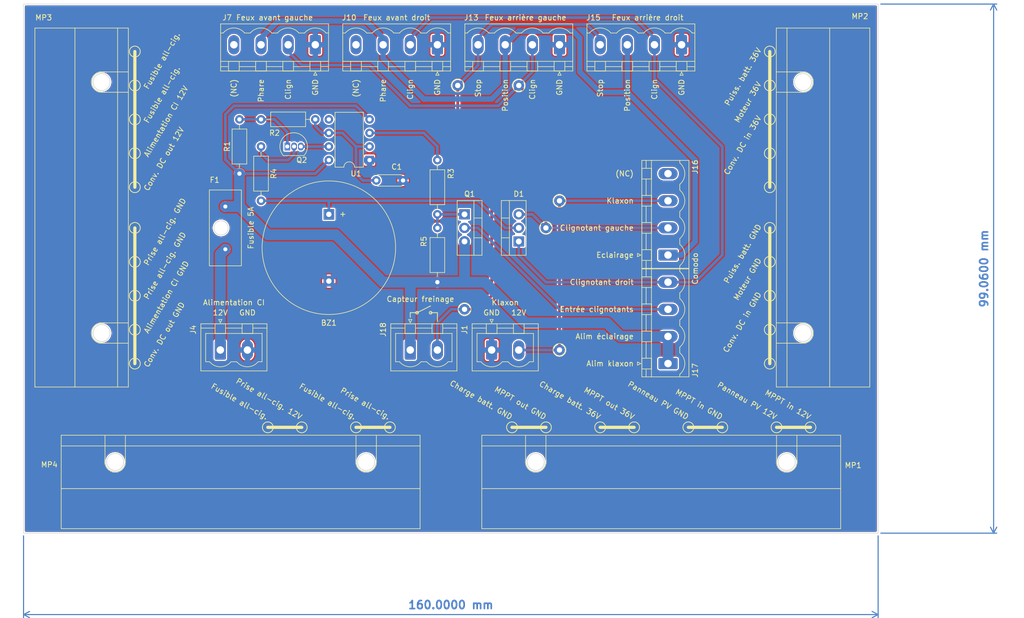
<source format=kicad_pcb>
(kicad_pcb (version 20211014) (generator pcbnew)

  (general
    (thickness 1.6)
  )

  (paper "A4")
  (layers
    (0 "F.Cu" signal)
    (31 "B.Cu" signal)
    (32 "B.Adhes" user "B.Adhesive")
    (33 "F.Adhes" user "F.Adhesive")
    (34 "B.Paste" user)
    (35 "F.Paste" user)
    (36 "B.SilkS" user "B.Silkscreen")
    (37 "F.SilkS" user "F.Silkscreen")
    (38 "B.Mask" user)
    (39 "F.Mask" user)
    (40 "Dwgs.User" user "User.Drawings")
    (41 "Cmts.User" user "User.Comments")
    (42 "Eco1.User" user "User.Eco1")
    (43 "Eco2.User" user "User.Eco2")
    (44 "Edge.Cuts" user)
    (45 "Margin" user)
    (46 "B.CrtYd" user "B.Courtyard")
    (47 "F.CrtYd" user "F.Courtyard")
    (48 "B.Fab" user)
    (49 "F.Fab" user)
    (50 "User.1" user)
    (51 "User.2" user)
    (52 "User.3" user)
    (53 "User.4" user)
    (54 "User.5" user)
    (55 "User.6" user)
    (56 "User.7" user)
    (57 "User.8" user)
    (58 "User.9" user)
  )

  (setup
    (stackup
      (layer "F.SilkS" (type "Top Silk Screen"))
      (layer "F.Paste" (type "Top Solder Paste"))
      (layer "F.Mask" (type "Top Solder Mask") (thickness 0.01))
      (layer "F.Cu" (type "copper") (thickness 0.035))
      (layer "dielectric 1" (type "core") (thickness 1.51) (material "FR4") (epsilon_r 4.5) (loss_tangent 0.02))
      (layer "B.Cu" (type "copper") (thickness 0.035))
      (layer "B.Mask" (type "Bottom Solder Mask") (thickness 0.01))
      (layer "B.Paste" (type "Bottom Solder Paste"))
      (layer "B.SilkS" (type "Bottom Silk Screen"))
      (copper_finish "None")
      (dielectric_constraints no)
    )
    (pad_to_mask_clearance 0)
    (pcbplotparams
      (layerselection 0x00010e0_ffffffff)
      (disableapertmacros false)
      (usegerberextensions false)
      (usegerberattributes true)
      (usegerberadvancedattributes true)
      (creategerberjobfile true)
      (svguseinch false)
      (svgprecision 6)
      (excludeedgelayer true)
      (plotframeref false)
      (viasonmask false)
      (mode 1)
      (useauxorigin false)
      (hpglpennumber 1)
      (hpglpenspeed 20)
      (hpglpendiameter 15.000000)
      (dxfpolygonmode true)
      (dxfimperialunits true)
      (dxfusepcbnewfont true)
      (psnegative false)
      (psa4output false)
      (plotreference true)
      (plotvalue true)
      (plotinvisibletext false)
      (sketchpadsonfab false)
      (subtractmaskfromsilk false)
      (outputformat 1)
      (mirror false)
      (drillshape 0)
      (scaleselection 1)
      (outputdirectory "")
    )
  )

  (net 0 "")
  (net 1 "GND")
  (net 2 "Net-(F1-Pad2)")
  (net 3 "Net-(D1-Pad1)")
  (net 4 "unconnected-(J7-Pad4)")
  (net 5 "unconnected-(J10-Pad4)")
  (net 6 "/Phares")
  (net 7 "Net-(J13-Pad4)")
  (net 8 "Net-(J1-Pad2)")
  (net 9 "/Flasher/Out")
  (net 10 "unconnected-(J17-Pad4)")
  (net 11 "/12V_5A")
  (net 12 "Net-(Q1-Pad1)")
  (net 13 "Net-(C1-Pad1)")
  (net 14 "Net-(D1-Pad3)")
  (net 15 "Net-(Q2-Pad1)")
  (net 16 "unconnected-(U1-Pad5)")
  (net 17 "Net-(Q2-Pad2)")
  (net 18 "/Flasher/Enable")
  (net 19 "Net-(Q2-Pad3)")
  (net 20 "Net-(R3-Pad1)")

  (footprint "circuit:Wago_221-500_SplicingConnectorHolder" (layer "F.Cu") (at 94.615 72.39 90))

  (footprint "circuit:Buzzer_25x16_12.5" (layer "F.Cu") (at 137.16 73.66 -90))

  (footprint "circuit:Strap_D2.0mm_Drill1.0mm" (layer "F.Cu") (at 172.72 49.53))

  (footprint "circuit:Wago_221-500_SplicingConnectorHolder" (layer "F.Cu") (at 120.65 120.015 180))

  (footprint "circuit:Littelfuse_FuseHolder_FL1_178.6764.0001" (layer "F.Cu") (at 117.78 76.2 -90))

  (footprint "circuit:Generic_HeaderSocket_1x02_P5.08mm_Vertical_Open" (layer "F.Cu") (at 116.84 99.06))

  (footprint "Resistor_THT:R_Axial_DIN0207_L6.3mm_D2.5mm_P10.16mm_Horizontal" (layer "F.Cu") (at 157.48 63.5 -90))

  (footprint "circuit:Generic_HeaderSocket_1x04_P5.08mm_Vertical_Open" (layer "F.Cu") (at 180.34 41.91 180))

  (footprint "Package_DIP:DIP-8_W7.62mm" (layer "F.Cu") (at 144.78 63.5 180))

  (footprint "circuit:Strap_D2.0mm_Drill1.0mm" (layer "F.Cu") (at 177.8 76.2))

  (footprint "circuit:Strap_D2.0mm_Drill1.0mm" (layer "F.Cu") (at 180.34 99.06))

  (footprint "circuit:Generic_HeaderSocket_1x04_P5.08mm_Vertical_Open" (layer "F.Cu") (at 203.2 41.91 180))

  (footprint "Package_TO_SOT_THT:TO-220-3_Vertical" (layer "F.Cu") (at 172.72 78.74 90))

  (footprint "Package_TO_SOT_THT:TO-92L_Inline" (layer "F.Cu") (at 129.38 60.96))

  (footprint "circuit:Generic_HeaderSocket_1x04_P5.08mm_Vertical_Open" (layer "F.Cu") (at 134.62 41.91 180))

  (footprint "circuit:Generic_HeaderSocket_1x04_P5.08mm_Vertical_Open" (layer "F.Cu") (at 200.66 101.6 90))

  (footprint "Resistor_THT:R_Axial_DIN0207_L6.3mm_D2.5mm_P10.16mm_Horizontal" (layer "F.Cu") (at 157.48 86.36 90))

  (footprint "circuit:Wago_221-500_SplicingConnectorHolder" (layer "F.Cu") (at 225.933 72.39 -90))

  (footprint "Resistor_THT:R_Axial_DIN0207_L6.3mm_D2.5mm_P10.16mm_Horizontal" (layer "F.Cu") (at 124.46 60.96 -90))

  (footprint "circuit:Strap_D2.0mm_Drill1.0mm" (layer "F.Cu") (at 162.56 91.44))

  (footprint "Resistor_THT:R_Axial_DIN0207_L6.3mm_D2.5mm_P10.16mm_Horizontal" (layer "F.Cu") (at 120.42 66.04 90))

  (footprint "Resistor_THT:R_Axial_DIN0207_L6.3mm_D2.5mm_P10.16mm_Horizontal" (layer "F.Cu") (at 124.46 55.88))

  (footprint "circuit:Strap_D2.0mm_Drill1.0mm" (layer "F.Cu") (at 180.34 71.12))

  (footprint "Capacitor_THT:C_Disc_D4.3mm_W1.9mm_P5.00mm" (layer "F.Cu") (at 146.05 67.31))

  (footprint "circuit:Strap_D2.0mm_Drill1.0mm" (layer "F.Cu") (at 161.29 49.53))

  (footprint "circuit:Generic_HeaderSocket_1x02_P5.08mm_Vertical_Open" (layer "F.Cu") (at 167.64 99.06))

  (footprint "circuit:Wago_221-500_SplicingConnectorHolder" (layer "F.Cu") (at 199.39 120.015 180))

  (footprint "circuit:Generic_HeaderSocket_1x02_P5.08mm_Vertical_Open" (layer "F.Cu") (at 152.4 99.06))

  (footprint "circuit:Generic_HeaderSocket_1x04_P5.08mm_Vertical_Open" (layer "F.Cu") (at 200.66 81.28 90))

  (footprint "Package_TO_SOT_THT:TO-220-3_Vertical" (layer "F.Cu") (at 162.56 73.66 -90))

  (footprint "circuit:Generic_HeaderSocket_1x04_P5.08mm_Vertical_Open" (layer "F.Cu") (at 157.48 41.91 180))

  (gr_circle (center 219.71 43.18) (end 219.71 44.196) (layer "F.SilkS") (width 0.15) (fill none) (tstamp 00cc452e-ba96-4e88-af55-18733b4ebc37))
  (gr_line (start 153.67 92.075) (end 156.21 90.805) (layer "F.SilkS") (width 0.15) (tstamp 037ebb6b-c1e3-482d-a0fb-4947fbe14174))
  (gr_circle (center 227.33 113.538) (end 228.346 113.538) (layer "F.SilkS") (width 0.15) (fill none) (tstamp 055fcf87-c6aa-4d3a-b430-5d09e34b74e5))
  (gr_circle (center 100.838 82.55) (end 100.838 83.566) (layer "F.SilkS") (width 0.15) (fill none) (tstamp 0b32eb5e-cf7d-4f91-a80b-b69cb363145f))
  (gr_circle (center 100.838 55.88) (end 100.838 56.896) (layer "F.SilkS") (width 0.15) (fill none) (tstamp 0d55e7a3-dc43-43c6-9a9a-2009d8d31a46))
  (gr_circle (center 219.71 101.6) (end 219.71 102.616) (layer "F.SilkS") (width 0.15) (fill none) (tstamp 0e0ef8f7-8f11-42c6-a45f-df3b4592f844))
  (gr_circle (center 100.838 76.2) (end 100.838 77.216) (layer "F.SilkS") (width 0.15) (fill none) (tstamp 1c60a30a-615f-448b-a49b-d8cc700366e8))
  (gr_circle (center 219.71 55.88) (end 219.71 56.896) (layer "F.SilkS") (width 0.15) (fill none) (tstamp 1eb217a3-880e-4df2-9811-286c14ac7f74))
  (gr_circle (center 100.838 49.53) (end 100.838 50.546) (layer "F.SilkS") (width 0.15) (fill none) (tstamp 21c33e54-0519-410a-b68d-8ed076ea3b1e))
  (gr_circle (center 219.71 95.25) (end 219.71 96.266) (layer "F.SilkS") (width 0.15) (fill none) (tstamp 22f715ec-100a-4c8e-ab3e-fe94307aa39f))
  (gr_line (start 152.4 92.075) (end 153.67 92.075) (layer "F.SilkS") (width 0.15) (tstamp 2665a517-cfa8-4700-85c7-f742ee9f908d))
  (gr_line (start 219.71 101.6) (end 219.71 76.2) (layer "F.SilkS") (width 0.6) (tstamp 267ab17e-424b-4c5b-bf96-65deaaa5db5d))
  (gr_line (start 171.45 113.538) (end 177.8 113.538) (layer "F.SilkS") (width 0.6) (tstamp 276e2239-1b6d-4c52-a207-9385ed3216ee))
  (gr_circle (center 204.47 113.538) (end 204.47 114.554) (layer "F.SilkS") (width 0.15) (fill none) (tstamp 30a29d66-4141-4259-8081-d6952d8bac58))
  (gr_line (start 152.4 92.964) (end 152.4 92.075) (layer "F.SilkS") (width 0.15) (tstamp 317163f5-2dcf-44f7-ad22-042c6ecaf6a0))
  (gr_circle (center 219.71 76.2) (end 219.71 77.216) (layer "F.SilkS") (width 0.15) (fill none) (tstamp 3415d0f1-a5ec-4da2-977b-59cdf177a34e))
  (gr_circle (center 153.67 92.075) (end 153.67 92.329) (layer "F.SilkS") (width 0.15) (fill none) (tstamp 3ba68855-4f8b-4d02-b57a-7a757e623ac6))
  (gr_line (start 157.48 93.726) (end 157.48 92.075) (layer "F.SilkS") (width 0.15) (tstamp 4884cbfa-0b58-4e04-88a2-8b0679a49cfe))
  (gr_circle (center 177.8 113.538) (end 178.816 113.538) (layer "F.SilkS") (width 0.15) (fill none) (tstamp 4ae8d5b6-ac5e-42d2-b8f3-c8cc021daa80))
  (gr_circle (center 100.838 62.23) (end 100.838 63.246) (layer "F.SilkS") (width 0.15) (fill none) (tstamp 51e3ee0a-facb-4db4-9532-340a50f8f1f2))
  (gr_circle (center 210.82 113.538) (end 211.836 113.538) (layer "F.SilkS") (width 0.15) (fill none) (tstamp 556aaf9d-07f6-43f6-8fc0-4e9785c941f1))
  (gr_circle (center 100.838 101.6) (end 100.838 102.616) (layer "F.SilkS") (width 0.15) (fill none) (tstamp 5bf0cce5-0f16-48e1-8027-73d52d0770a7))
  (gr_line (start 156.21 92.075) (end 157.48 92.075) (layer "F.SilkS") (width 0.15) (tstamp 64594d5f-3d87-4b12-b761-9dd43370d25f))
  (gr_line (start 100.838 101.6) (end 100.838 76.2) (layer "F.SilkS") (width 0.6) (tstamp 6880ab3e-a6aa-4a14-9152-a9eb9358d1fc))
  (gr_circle (center 148.59 113.538) (end 149.606 113.538) (layer "F.SilkS") (width 0.15) (fill none) (tstamp 6a0bff84-e9d8-41a3-aabe-ad4db7905799))
  (gr_circle (center 156.21 92.075) (end 156.21 92.329) (layer "F.SilkS") (width 0.15) (fill none) (tstamp 70832878-fccb-4304-88d0-2e6b8d58c95c))
  (gr_line (start 125.73 113.538) (end 132.08 113.538) (layer "F.SilkS") (width 0.6) (tstamp 762ff740-3b01-4bc8-872a-9874ec8e35e1))
  (gr_circle (center 219.71 62.23) (end 219.71 63.246) (layer "F.SilkS") (width 0.15) (fill none) (tstamp 82d429c8-e93d-4f0a-b38e-c4998fc025d4))
  (gr_circle (center 219.71 88.9) (end 219.71 89.916) (layer "F.SilkS") (width 0.15) (fill none) (tstamp 8c73b2a6-3a37-44e3-a20a-4d59420eda58))
  (gr_circle (center 132.08 113.538) (end 133.096 113.538) (layer "F.SilkS") (width 0.15) (fill none) (tstamp 8c76b169-ab5a-4294-b011-8cc6dbfede52))
  (gr_line (start 142.24 113.538) (end 148.59 113.538) (layer "F.SilkS") (width 0.6) (tstamp 91be0c4d-31d3-4e82-bf1f-77f12a0724d3))
  (gr_circle (center 100.838 68.58) (end 100.838 69.596) (layer "F.SilkS") (width 0.15) (fill none) (tstamp 92debe54-aa60-4d78-93c4-7bed450025c3))
  (gr_circle (center 187.96 113.538) (end 187.96 114.554) (layer "F.SilkS") (width 0.15) (fill none) (tstamp 9e269d91-7d17-4c00-b467-153271320d02))
  (gr_line (start 204.47 113.538) (end 210.82 113.538) (layer "F.SilkS") (width 0.6) (tstamp 9f5f49d5-5120-4673-b032-f8b828707780))
  (gr_circle (center 219.71 68.58) (end 219.71 69.596) (layer "F.SilkS") (width 0.15) (fill none) (tstamp ae522db0-de0e-46c6-a5db-2a3e5dc1e2c8))
  (gr_line (start 187.96 113.538) (end 194.31 113.538) (layer "F.SilkS") (width 0.6) (tstamp b9dd1e64-81b6-4cb3-a41a-714927a1f651))
  (gr_line (start 220.98 113.538) (end 227.33 113.538) (layer "F.SilkS") (width 0.6) (tstamp bd1578a3-4a14-4bd9-bd84-0de04e146746))
  (gr_line (start 219.71 68.58) (end 219.71 43.18) (layer "F.SilkS") (width 0.6) (tstamp c385224b-423f-40f8-919d-7bb5706505b4))
  (gr_circle (center 100.838 43.18) (end 100.838 44.196) (layer "F.SilkS") (width 0.15) (fill none) (tstamp c52275f8-949a-4fec-91e2-a5d4834b2abf))
  (gr_circle (center 194.31 113.538) (end 195.326 113.538) (layer "F.SilkS") (width 0.15) (fill none) (tstamp c623ebf3-b72b-47a6-99f0-44d878243028))
  (gr_circle (center 142.24 113.538) (end 142.24 114.554) (layer "F.SilkS") (width 0.15) (fill none) (tstamp d76ff1a7-35b0-4008-84bc-2c8ee966a14c))
  (gr_circle (center 219.71 82.55) (end 219.71 83.566) (layer "F.SilkS") (width 0.15) (fill none) (tstamp dd06bd11-c251-457b-b962-c3f96bc19116))
  (gr_circle (center 100.838 95.25) (end 100.838 96.266) (layer "F.SilkS") (width 0.15) (fill none) (tstamp e0a52752-2d8f-477c-9516-b9400a50c85b))
  (gr_line (start 100.838 68.58) (end 100.838 43.18) (layer "F.SilkS") (width 0.6) (tstamp e16a7896-6132-41a2-88b1-6a30824e02f1))
  (gr_circle (center 219.71 49.53) (end 219.71 50.546) (layer "F.SilkS") (width 0.15) (fill none) (tstamp e613b6cd-fa9d-4fee-b77c-739df61b24e7))
  (gr_circle (center 125.73 113.538) (end 125.73 114.554) (layer "F.SilkS") (width 0.15) (fill none) (tstamp ec541a50-51a5-45b4-bd93-6dc3c5da4675))
  (gr_circle (center 171.45 113.538) (end 171.45 114.554) (layer "F.SilkS") (width 0.15) (fill none) (tstamp f896295d-a092-487a-b396-fb2265acf685))
  (gr_circle (center 220.98 113.538) (end 220.98 114.554) (layer "F.SilkS") (width 0.15) (fill none) (tstamp f96da55c-37fd-441a-97cf-2faa4effb06f))
  (gr_circle (center 100.838 88.9) (end 100.838 89.916) (layer "F.SilkS") (width 0.15) (fill none) (tstamp ff786ef8-333e-498b-b6d9-09fa2cc3b86f))
  (gr_rect (start 80 34.29) (end 240 133.35) (layer "Edge.Cuts") (width 0.1) (fill none) (tstamp baf93642-2aff-4fc6-b370-4199fa085aee))
  (gr_text "Entrée clignotants" (at 194.31 91.44) (layer "F.SilkS") (tstamp 009327c0-15ee-46e8-892a-58efec518749)
    (effects (font (size 1 1) (thickness 0.15)) (justify right))
  )
  (gr_text "Puiss. batt. 36V" (at 217.805 42.545 60) (layer "F.SilkS") (tstamp 0179d269-e1dc-4937-a3ba-dc7abdc5a4b8)
    (effects (font (size 1 1) (thickness 0.15)) (justify right))
  )
  (gr_text "Capteur freinage" (at 154.305 89.535) (layer "F.SilkS") (tstamp 10f0e3a0-addc-4d65-a2d4-724846e23a5f)
    (effects (font (size 1 1) (thickness 0.15)))
  )
  (gr_text "MPPT in GND" (at 210.82 111.76 330) (layer "F.SilkS") (tstamp 12b35428-8b71-4e7d-bfce-e55e30306b03)
    (effects (font (size 1 1) (thickness 0.15)) (justify right))
  )
  (gr_text "GND" (at 167.64 92.075) (layer "F.SilkS") (tstamp 12d9dba3-877d-4c21-a5de-a6d93121bc35)
    (effects (font (size 1 1) (thickness 0.15)))
  )
  (gr_text "MPPT out 36V" (at 194.31 111.76 330) (layer "F.SilkS") (tstamp 13bbd547-101b-46f3-94a0-1df1740595c5)
    (effects (font (size 1 1) (thickness 0.15)) (justify right))
  )
  (gr_text "Fusible 5A" (at 122.555 76.2 90) (layer "F.SilkS") (tstamp 1544f11d-aee5-4f7d-8a2a-3a2ade2a123d)
    (effects (font (size 1 1) (thickness 0.15)))
  )
  (gr_text "Klaxon" (at 170.18 90.17) (layer "F.SilkS") (tstamp 181f8ef5-8c40-480c-9ede-6f3c7b5ce2ff)
    (effects (font (size 1 1) (thickness 0.15)))
  )
  (gr_text "GND" (at 121.92 92.075) (layer "F.SilkS") (tstamp 184e2e09-0552-4371-9e84-9ca65c6d6146)
    (effects (font (size 1 1) (thickness 0.15)))
  )
  (gr_text "Charge batt. 36V" (at 187.96 111.76 330) (layer "F.SilkS") (tstamp 2069bd85-f5ab-4eeb-82ac-ac9ee9e228da)
    (effects (font (size 1 1) (thickness 0.15)) (justify right))
  )
  (gr_text "Prise all-cig. 12V" (at 132.08 111.76 330) (layer "F.SilkS") (tstamp 21b0bf50-46d5-4c49-8311-ed3f6264e51e)
    (effects (font (size 1 1) (thickness 0.15)) (justify right))
  )
  (gr_text "MPPT out GND" (at 177.8 111.76 330) (layer "F.SilkS") (tstamp 29a589e5-3dc9-406d-8d03-2e70186b2e09)
    (effects (font (size 1 1) (thickness 0.15)) (justify right))
  )
  (gr_text "Clignotant droit" (at 194.31 86.36) (layer "F.SilkS") (tstamp 29d90419-1132-4a2b-970e-b0eccfab1cf9)
    (effects (font (size 1 1) (thickness 0.15)) (justify right))
  )
  (gr_text "GND" (at 134.62 48.26 90) (layer "F.SilkS") (tstamp 2c926ee1-e3c9-40cf-95b9-6c82dc648463)
    (effects (font (size 1 1) (thickness 0.15)) (justify right))
  )
  (gr_text "GND" (at 157.48 48.26 90) (layer "F.SilkS") (tstamp 33c457be-7434-4972-9b74-59a2a75dfe1f)
    (effects (font (size 1 1) (thickness 0.15)) (justify right))
  )
  (gr_text "12V" (at 172.72 92.075) (layer "F.SilkS") (tstamp 3464ffab-61f6-4506-aa32-74780900afde)
    (effects (font (size 1 1) (thickness 0.15)))
  )
  (gr_text "Conv. DC in GND" (at 217.805 88.265 60) (layer "F.SilkS") (tstamp 354f4214-25cc-4c1c-af90-691b93e325f6)
    (effects (font (size 1 1) (thickness 0.15)) (justify right))
  )
  (gr_text "Fusible all-cig." (at 142.24 111.76 330) (layer "F.SilkS") (tstamp 36a31b89-4d85-42e0-a55c-c839a34f9025)
    (effects (font (size 1 1) (thickness 0.15)) (justify right))
  )
  (gr_text "Fusible all-cig." (at 125.73 111.76 330) (layer "F.SilkS") (tstamp 39e7c3a6-7728-4532-abb1-94c7cefee84c)
    (effects (font (size 1 1) (thickness 0.15)) (justify right))
  )
  (gr_text "Conv. DC out 12V" (at 102.87 69.215 60) (layer "F.SilkS") (tstamp 4430018d-167b-42c4-88a6-aec09ab96fc1)
    (effects (font (size 1 1) (thickness 0.15)) (justify left))
  )
  (gr_text "Feux avant gauche" (at 127 36.83) (layer "F.SilkS") (tstamp 479e96c7-febe-46ff-b0f9-4ff5069df68d)
    (effects (font (size 1 1) (thickness 0.15)))
  )
  (gr_text "Feux arrière gauche" (at 173.99 36.83) (layer "F.SilkS") (tstamp 5050200a-ec68-42b1-b377-093dec82d41a)
    (effects (font (size 1 1) (thickness 0.15)))
  )
  (gr_text "Clign" (at 175.26 48.26 90) (layer "F.SilkS") (tstamp 5a15157a-7512-4e5c-84d4-469b0cf5e59f)
    (effects (font (size 1 1) (thickness 0.15)) (justify right))
  )
  (gr_text "Clignotant gauche" (at 194.31 76.2) (layer "F.SilkS") (tstamp 5fdd986d-182f-4920-a3f2-bb498f06298c)
    (effects (font (size 1 1) (thickness 0.15)) (justify right))
  )
  (gr_text "Panneau PV GND" (at 204.47 111.76 330) (layer "F.SilkS") (tstamp 61f9941f-5166-4352-a2f2-5b11a6cad889)
    (effects (font (size 1 1) (thickness 0.15)) (justify right))
  )
  (gr_text "Alimentation CI 12V" (at 102.87 62.865 60) (layer "F.SilkS") (tstamp 65a57779-4789-40b5-bd5a-fe715e8093a8)
    (effects (font (size 1 1) (thickness 0.15)) (justify left))
  )
  (gr_text "12V" (at 116.84 92.075) (layer "F.SilkS") (tstamp 67d847b8-f92c-4347-addf-84d787c4ca95)
    (effects (font (size 1 1) (thickness 0.15)))
  )
  (gr_text "Prise all-cig. GND" (at 102.87 83.185 60) (layer "F.SilkS") (tstamp 6eff0d18-74e4-4ad2-b719-69c3c845f121)
    (effects (font (size 1 1) (thickness 0.15)) (justify left))
  )
  (gr_text "Clign" (at 198.12 48.26 90) (layer "F.SilkS") (tstamp 700b58be-56ba-4cb7-a015-f3877f13d200)
    (effects (font (size 1 1) (thickness 0.15)) (justify right))
  )
  (gr_text "Alimentation CI GND" (at 102.87 95.885 60) (layer "F.SilkS") (tstamp 71182d09-709a-47f7-b7f3-dac75ae64276)
    (effects (font (size 1 1) (thickness 0.15)) (justify left))
  )
  (gr_text "Charge batt. GND" (at 171.45 111.76 330) (layer "F.SilkS") (tstamp 714110b5-09b5-4edb-8143-6d8636562c61)
    (effects (font (size 1 1) (thickness 0.15)) (justify right))
  )
  (gr_text "Stop" (at 165.1 48.26 90) (layer "F.SilkS") (tstamp 722c265d-2783-4131-9fa5-c3608639bdec)
    (effects (font (size 1 1) (thickness 0.15)) (justify right))
  )
  (gr_text "Prise all-cig. GND" (at 102.87 89.535 60) (layer "F.SilkS") (tstamp 7672544e-9c7f-4530-bed9-ccbf1fc792e2)
    (effects (font (size 1 1) (thickness 0.15)) (justify left))
  )
  (gr_text "(NC)" (at 142.24 48.26 90) (layer "F.SilkS") (tstamp 81670fe2-cb26-430f-b727-4812bc9dcec2)
    (effects (font (size 1 1) (thickness 0.15)) (justify right))
  )
  (gr_text "Clign" (at 152.4 48.26 90) (layer "F.SilkS") (tstamp 85a06cc9-afdf-41f7-b124-edeaa893efac)
    (effects (font (size 1 1) (thickness 0.15)) (justify right))
  )
  (gr_text "Clign" (at 129.54 48.26 90) (layer "F.SilkS") (tstamp 8e752887-0b98-4c6b-b65f-b332ae9a9362)
    (effects (font (size 1 1) (thickness 0.15)) (justify right))
  )
  (gr_text "Feux arrière droit" (at 196.85 36.83) (layer "F.SilkS") (tstamp 922a98d4-aa77-4c67-b89f-e480c6ae99db)
    (effects (font (size 1 1) (thickness 0.15)))
  )
  (gr_text "Fusible all-cig." (at 102.87 56.515 60) (layer "F.SilkS") (tstamp 93c27926-85d0-4404-b295-380ef1e37ac5)
    (effects (font (size 1 1) (thickness 0.15)) (justify left))
  )
  (gr_text "Position" (at 170.18 48.26 90) (layer "F.SilkS") (tstamp 9403f260-da8c-45a7-9c0e-fdad94d66a10)
    (effects (font (size 1 1) (thickness 0.15)) (justify right))
  )
  (gr_text "Phare" (at 147.32 48.26 90) (layer "F.SilkS") (tstamp 94258d65-465f-472b-ac8e-490f605ed077)
    (effects (font (size 1 1) (thickness 0.15)) (justify right))
  )
  (gr_text "Moteur GND" (at 217.805 81.915 60) (layer "F.SilkS") (tstamp 9a6087f4-bc8b-43cd-8846-40fb689372eb)
    (effects (font (size 1 1) (thickness 0.15)) (justify right))
  )
  (gr_text "Alim éclairage" (at 194.31 96.52) (layer "F.SilkS") (tstamp ac9c7750-93d2-41f0-97bd-67093134d658)
    (effects (font (size 1 1) (thickness 0.15)) (justify right))
  )
  (gr_text "MPPT in 12V" (at 227.33 111.76 330) (layer "F.SilkS") (tstamp ae97602b-c29e-4540-95a0-a90ab7fb8a31)
    (effects (font (size 1 1) (thickness 0.15)) (justify right))
  )
  (gr_text "Feux avant droit" (at 149.86 36.83) (layer "F.SilkS") (tstamp b2f15d2e-8ab4-4101-9c07-858be9e8e3b8)
    (effects (font (size 1 1) (thickness 0.15)))
  )
  (gr_text "Eclairage" (at 194.31 81.28) (layer "F.SilkS") (tstamp be57702c-5815-47a9-b9b9-e783c8223dc9)
    (effects (font (size 1 1) (thickness 0.15)) (justify right))
  )
  (gr_text "Phare" (at 124.46 48.26 90) (layer "F.SilkS") (tstamp bf17cf21-f1a8-4a6b-80a7-084e7c3b2eb1)
    (effects (font (size 1 1) (thickness 0.15)) (justify right))
  )
  (gr_text "Panneau PV 12V" (at 220.98 111.76 330) (layer "F.SilkS") (tstamp c002088f-cfde-4354-822c-968e274e8262)
    (effects (font (size 1 1) (thickness 0.15)) (justify right))
  )
  (gr_text "Stop" (at 187.96 48.26 90) (layer "F.SilkS") (tstamp c097cb44-de61-4987-b402-80ee892def3d)
    (effects (font (size 1 1) (thickness 0.15)) (justify right))
  )
  (gr_text "Moteur 36V" (at 217.805 48.895 60) (layer "F.SilkS") (tstamp c343e982-c378-429e-a351-6bb7a503e83b)
    (effects (font (size 1 1) (thickness 0.15)) (justify right))
  )
  (gr_text "(NC)" (at 194.31 66.04) (layer "F.SilkS") (tstamp c37607ba-c9a9-4b49-9c6b-40e258059f1a)
    (effects (font (size 1 1) (thickness 0.15)) (justify right))
  )
  (gr_text "Klaxon" (at 194.31 71.12) (layer "F.SilkS") (tstamp c62e4f50-4d66-4232-b6e1-c4686e60ff45)
    (effects (font (size 1 1) (thickness 0.15)) (justify right))
  )
  (gr_text "Alimentation CI" (at 119.38 90.17) (layer "F.SilkS") (tstamp d185276d-52f9-43b2-b205-1ad3d64318ab)
    (effects (font (size 1 1) (thickness 0.15)))
  )
  (gr_text "Conv. DC in 36V" (at 217.805 55.245 60) (layer "F.SilkS") (tstamp d6b3a406-6bda-477d-9ab9-2d46febf82b0)
    (effects (font (size 1 1) (thickness 0.15)) (justify right))
  )
  (gr_text "Alim klaxon" (at 194.31 101.6) (layer "F.SilkS") (tstamp d6dba4b6-cc89-47bc-8a8e-f65dc0b05f49)
    (effects (font (size 1 1) (thickness 0.15)) (justify right))
  )
  (gr_text "Conv. DC out GND" (at 102.87 102.235 60) (layer "F.SilkS") (tstamp d76d4d60-7c6c-4800-9139-422dfceee3ab)
    (effects (font (size 1 1) (thickness 0.15)) (justify left))
  )
  (gr_text "Position" (at 193.04 48.26 90) (layer "F.SilkS") (tstamp d996caa2-9490-43a7-b6d5-be6ef90f2813)
    (effects (font (size 1 1) (thickness 0.15)) (justify right))
  )
  (gr_text "Fusible all-cig." (at 102.87 50.165 60) (layer "F.SilkS") (tstamp dab41d0b-79b2-4449-b22f-6c5c4e5e953e)
    (effects (font (size 1 1) (thickness 0.15)) (justify left))
  )
  (gr_text "Comodo" (at 205.74 83.82 90) (layer "F.SilkS") (tstamp dbb9f5e6-2e8f-4c85-afe4-940d2c33e0c6)
    (effects (font (size 1 1) (thickness 0.15)))
  )
  (gr_text "(NC)" (at 119.38 48.26 90) (layer "F.SilkS") (tstamp e6c921ac-e5b4-4c56-a84a-39691a60427d)
    (effects (font (size 1 1) (thickness 0.15)) (justify right))
  )
  (gr_text "GND" (at 203.2 48.26 90) (layer "F.SilkS") (tstamp f06d498b-d592-47e6-b472-036a273bf9fc)
    (effects (font (size 1 1) (thickness 0.15)) (justify right))
  )
  (gr_text "Puiss. batt. GND" (at 217.805 75.565 60) (layer "F.SilkS") (tstamp f2a68f75-7097-4d14-aa83-0930ed3879c2)
    (effects (font (size 1 1) (thickness 0.15)) (justify right))
  )
  (gr_text "Prise all-cig." (at 148.59 111.76 330) (layer "F.SilkS") (tstamp f5ae01be-f92f-46e1-93d8-12890137dba7)
    (effects (font (size 1 1) (thickness 0.15)) (justify right))
  )
  (gr_text "GND" (at 180.34 48.26 90) (layer "F.SilkS") (tstamp f9a58e77-e2ef-4d43-91c6-174b5c2ccb7e)
    (effects (font (size 1 1) (thickness 0.15)) (justify right))
  )
  (dimension (type aligned) (layer "B.Cu") (tstamp 4e1f1c92-8a9a-4ed5-bef2-e21d317891d9)
    (pts (xy 240 133.35) (xy 80 133.35))
    (height -15.24)
    (gr_text "160.0000 mm" (at 160 146.79) (layer "B.Cu") (tstamp 4e1f1c92-8a9a-4ed5-bef2-e21d317891d9)
      (effects (font (size 1.5 1.5) (thickness 0.3)))
    )
    (format (units 3) (units_format 1) (precision 4))
    (style (thickness 0.2) (arrow_length 1.27) (text_position_mode 0) (extension_height 0.58642) (extension_offset 0.5) keep_text_aligned)
  )
  (dimension (type aligned) (layer "B.Cu") (tstamp 7b10cdd2-34ca-4948-92f5-f31747f57471)
    (pts (xy 240 133.35) (xy 240 34.29))
    (height 21.62)
    (gr_text "99.0600 mm" (at 259.82 83.82 90) (layer "B.Cu") (tstamp 7b10cdd2-34ca-4948-92f5-f31747f57471)
      (effects (font (size 1.5 1.5) (thickness 0.3)))
    )
    (format (units 3) (units_format 1) (precision 4))
    (style (thickness 0.2) (arrow_length 1.27) (text_position_mode 0) (extension_height 0.58642) (extension_offset 0.5) keep_text_aligned)
  )

  (segment (start 116.84 81.14) (end 117.78 80.2) (width 2.032) (layer "B.Cu") (net 2) (tstamp 5c00ef32-89e2-4b31-b097-14aee8989fe3))
  (segment (start 116.84 99.06) (end 116.84 81.14) (width 2.032) (layer "B.Cu") (net 2) (tstamp bbbcfb12-5a4f-4946-9dfa-822d6c963ee0))
  (segment (start 194.31 36.83) (end 198.12 40.64) (width 0.508) (layer "B.Cu") (net 3) (tstamp 1b047a7a-a238-454e-8160-caa19366d198))
  (segment (start 205.74 86.36) (end 200.66 86.36) (width 0.508) (layer "B.Cu") (net 3) (tstamp 4873c0fa-f9f4-4a3b-9e55-0e4de707f919))
  (segment (start 172.72 81.28) (end 177.8 86.36) (width 0.508) (layer "B.Cu") (net 3) (tstamp 5b587f90-2ad8-407c-9476-dfad5d3d8252))
  (segment (start 210.82 81.28) (end 205.74 86.36) (width 0.508) (layer "B.Cu") (net 3) (tstamp 64ccd70d-4c42-4d87-b1d7-1d1154eb1bf7))
  (segment (start 210.82 60.96) (end 210.82 81.28) (width 0.508) (layer "B.Cu") (net 3) (tstamp 851ffa4c-999e-40ab-8ec3-13cd54cd130e))
  (segment (start 172.72 81.28) (end 172.72 78.74) (width 0.508) (layer "B.Cu") (net 3) (tstamp a692b0f7-add8-4118-ae2f-a8afd0a941ca))
  (segment (start 198.12 48.26) (end 210.82 60.96) (width 0.508) (layer "B.Cu") (net 3) (tstamp c704064f-8ed8-4316-8476-f78b187c2d23))
  (segment (start 152.4 40.64) (end 156.21 36.83) (width 0.508) (layer "B.Cu") (net 3) (tstamp cda60d67-cfbe-4899-8113-a44ae70f988a))
  (segment (start 200.66 86.36) (end 177.8 86.36) (width 0.508) (layer "B.Cu") (net 3) (tstamp d02ee71b-f32a-4785-b7c1-5c1bfa3a05ae))
  (segment (start 156.21 36.83) (end 194.31 36.83) (width 0.508) (layer "B.Cu") (net 3) (tstamp daf8d8a4-007f-4463-bbf7-b3835163dda3))
  (segment (start 198.12 41.91) (end 198.12 48.26) (width 0.508) (layer "B.Cu") (net 3) (tstamp e109767f-388d-43c7-b385-1f370cf9d589))
  (segment (start 200.66 81.28) (end 203.2 81.28) (width 1.016) (layer "B.Cu") (net 6) (tstamp 03e25e78-de0a-43c9-be9d-f1bda354831a))
  (segment (start 187.96 50.8) (end 184.15 46.99) (width 1.016) (layer "B.Cu") (net 6) (tstamp 2662ea01-6fbd-4f2d-a0a0-644c1791e8f3))
  (segment (start 170.18 49.53) (end 167.64 52.07) (width 1.016) (layer "B.Cu") (net 6) (tstamp 35cf3ed3-d609-4b6f-8925-bdeb5ede55ff))
  (segment (start 184.15 40.64) (end 182.88 39.37) (width 1.016) (layer "B.Cu") (net 6) (tstamp 3cd90b1f-c080-486b-93d2-e09b09e18f97))
  (segment (start 167.64 52.07) (end 154.94 52.07) (width 1.016) (layer "B.Cu") (net 6) (tstamp 3f27a0ba-06ae-41fa-a3a8-e484448faffd))
  (segment (start 184.15 46.99) (end 184.15 40.64) (width 1.016) (layer "B.Cu") (net 6) (tstamp 4197ec2f-32ba-4e28-9b53-5be0b58dc92e))
  (segment (start 205.74 78.74) (end 205.74 63.5) (width 1.016) (layer "B.Cu") (net 6) (tstamp 48a0fe0d-de3e-4dd5-b912-a6f011b575a2))
  (segment (start 147.32 44.45) (end 154.94 52.07) (width 1.016) (layer "B.Cu") (net 6) (tstamp 57b49646-1da2-4074-a7d9-e344547f344d))
  (segment (start 205.74 63.5) (end 193.04 50.8) (width 1.016) (layer "B.Cu") (net 6) (tstamp 5ac26372-c244-46d2-960a-5df174e80e8d))
  (segment (start 144.145 37.465) (end 147.32 40.64) (width 1.016) (layer "B.Cu") (net 6) (tstamp 5ef8bc12-4dfe-46fc-96bf-78fd239f5675))
  (segment (start 172.72 39.37) (end 170.18 41.91) (width 1.016) (layer "B.Cu") (net 6) (tstamp 71faec62-4780-4281-8494-611fc782074a))
  (segment (start 193.04 50.8) (end 187.96 50.8) (width 1.016) (layer "B.Cu") (net 6) (tstamp 8ca85959-c585-4636-8e94-211ed30eed30))
  (segment (start 193.04 50.8) (end 193.04 44.45) (width 1.016) (layer "B.Cu") (net 6) (tstamp 8f95b7ff-5c40-410e-8fcc-a6c2474a9457))
  (segment (start 193.04 44.45) (end 193.04 40.64) (width 1.016) (layer "B.Cu") (net 6) (tstamp a9eee6db-ef91-4896-87a5-14576d80b0ae))
  (segment (start 170.18 41.91) (end 170.18 49.53) (width 1.016) (layer "B.Cu") (net 6) (tstamp b99290c2-6f32-41e2-afff-748cb8db7787))
  (segment (start 127.635 37.465) (end 144.145 37.465) (width 1.016) (layer "B.Cu") (net 6) (tstamp becf53d0-145d-4e3f-ba33-f70019e12a9e))
  (segment (start 182.88 39.37) (end 172.72 39.37) (width 1.016) (layer "B.Cu") (net 6) (tstamp ddd28225-5026-4e8e-934d-7aaadbc8acc5))
  (segment (start 147.32 44.45) (end 147.32 41.91) (width 1.016) (layer "B.Cu") (net 6) (tstamp ee2f5d29-0b85-43e7-b3e2-0ea7793b7fca))
  (segment (start 203.2 81.28) (end 205.74 78.74) (width 1.016) (layer "B.Cu") (net 6) (tstamp ef4df4a1-07b2-4a92-87d5-495975714946))
  (segment (start 124.46 40.64) (end 127.635 37.465) (width 1.016) (layer "B.Cu") (net 6) (tstamp f59eb8ad-8580-4e20-87c6-782e9228040e))
  (segment (start 167.64 88.9) (end 167.64 63.5) (width 0.508) (layer "F.Cu") (net 7) (tstamp 4e4412b9-c0ee-4fdc-b9cf-345eafb00139))
  (segment (start 165.1 91.44) (end 167.64 88.9) (width 0.508) (layer "F.Cu") (net 7) (tstamp 751946b9-3695-425d-a3e1-bb4bf56f3a95))
  (segment (start 167.64 63.5) (end 161.29 57.15) (width 0.508) (layer "F.Cu") (net 7) (tstamp 929429d7-dbb0-479a-bc72-774154939f15))
  (segment (start 162.56 91.44) (end 165.1 91.44) (width 0.508) (layer "F.Cu") (net 7) (tstamp aa7a1463-5f69-4720-b0a3-f490e61a6372))
  (segment (start 161.29 57.15) (end 161.29 49.53) (width 0.508) (layer "F.Cu") (net 7) (tstamp d439dd61-5921-443f-b481-ccdaf8b00724))
  (segment (start 185.42 38.1) (end 187.96 40.64) (width 0.508) (layer "B.Cu") (net 7) (tstamp 180c0a2e-c9e6-46d6-984b-e682d0446a26))
  (segment (start 165.1 45.72) (end 165.1 41.91) (width 0.508) (layer "B.Cu") (net 7) (tstamp 2544ab90-702a-4571-baca-20aad00ca95b))
  (segment (start 165.1 40.64) (end 167.64 38.1) (width 0.508) (layer "B.Cu") (net 7) (tstamp 904625df-6fca-45d3-86d5-eb2ef3cf357d))
  (segment (start 157.48 99.06) (end 157.48 93.98) (width 0.508) (layer "B.Cu") (net 7) (tstamp a1104868-2d82-4b80-9223-b93dbd0f3aa8))
  (segment (start 161.29 49.53) (end 165.1 45.72) (width 0.508) (layer "B.Cu") (net 7) (tstamp aaf085b3-6514-49d2-8ae3-b803085a48d6))
  (segment (start 167.64 38.1) (end 185.42 38.1) (width 0.508) (layer "B.Cu") (net 7) (tstamp b17bf977-72d6-44fc-9735-73102af16fbb))
  (segment (start 160.02 91.44) (end 162.56 91.44) (width 0.508) (layer "B.Cu") (net 7) (tstamp c4f029d7-7d53-49f5-b580-7aab1eb73184))
  (segment (start 157.48 93.98) (end 160.02 91.44) (width 0.508) (layer "B.Cu") (net 7) (tstamp dd54f6a5-27ae-4b4b-8e0a-717c2b7f4801))
  (segment (start 180.34 71.12) (end 180.34 99.06) (width 0.508) (layer "F.Cu") (net 8) (tstamp fc586361-934b-48b1-8167-21afb98bfced))
  (segment (start 172.72 99.06) (end 180.34 99.06) (width 0.508) (layer "B.Cu") (net 8) (tstamp 65792217-74d9-4125-94a1-cd04d3a182c0))
  (segment (start 180.34 71.12) (end 200.66 71.12) (width 0.508) (layer "B.Cu") (net 8) (tstamp 874c3ad9-c635-42f6-803b-f251bb60d266))
  (segment (start 180.34 91.44) (end 200.66 91.44) (width 0.508) (layer "B.Cu") (net 9) (tstamp 107a0ae7-71cb-48ec-8093-42c100918039))
  (segment (start 162.56 76.2) (end 165.1 76.2) (width 0.508) (layer "B.Cu") (net 9) (tstamp 217529c4-552a-458a-92c7-c771b770a2f2))
  (segment (start 165.1 76.2) (end 180.34 91.44) (width 0.508) (layer "B.Cu") (net 9) (tstamp cac6af1a-a951-4b42-a3c5-127b4f03477f))
  (segment (start 119.38 53.34) (end 142.24 53.34) (width 0.508) (layer "B.Cu") (net 11) (tstamp 0bbddc3c-6072-4d58-a8fc-ca1bf718c0f2))
  (segment (start 120.38 72.2) (end 120.42 72.16) (width 2.032) (layer "B.Cu") (net 11) (tstamp 0c3a48c2-dd38-4ceb-b526-59620e69d231))
  (segment (start 142.24 53.34) (end 144.78 55.88) (width 0.508) (layer "B.Cu") (net 11) (tstamp 271c2193-425e-4f4f-b6ba-d11a5377eac9))
  (segment (start 166.37 86.36) (end 173.99 93.98) (width 2.032) (layer "B.Cu") (net 11) (tstamp 38218db1-222a-47b2-988e-31b304c7afe2))
  (segment (start 120.42 66.04) (end 117.78 63.4) (width 0.508) (layer "B.Cu") (net 11) (tstamp 3a87861e-ed2f-4b95-ae89-8fe6144aa10c))
  (segment (start 152.4 99.06) (end 152.4 86.36) (width 2.032) (layer "B.Cu") (net 11) (tstamp 50463304-2c06-470f-a690-d7fa15f26a63))
  (segment (start 147.32 86.36) (end 152.4 86.36) (width 2.032) (layer "B.Cu") (net 11) (tstamp 511b1128-6934-422b-9d5b-50cf7dd1f238))
  (segment (start 134.62 66.04) (end 137.16 63.5) (width 0.508) (layer "B.Cu") (net 11) (tstamp 5c6baefa-901d-428f-a065-bce73a32690e))
  (segment (start 117.78 54.94) (end 119.38 53.34) (width 0.508) (layer "B.Cu") (net 11) (tstamp 664f7f69-775f-48ee-affa-133481c93bfb))
  (segment (start 189.23 93.98) (end 191.77 96.52) (width 2.032) (layer "B.Cu") (net 11) (tstamp 89c914c6-2ce2-4529-a3a7-1807ee7d7256))
  (segment (start 200.66 101.6) (end 200.66 96.52) (width 2.032) (layer "B.Cu") (net 11) (tstamp a314a824-fad8-4089-b47c-abfff9fe858c))
  (segment (start 125.73 77.47) (end 138.43 77.47) (width 2.032) (layer "B.Cu") (net 11) (tstamp a9959c0c-c282-46f3-b88f-3d8c2e157a44))
  (segment (start 162.56 78.74) (end 162.56 86.36) (width 2.032) (layer "B.Cu") (net 11) (tstamp acad9e44-9b8c-4ae2-a854-5e709364e968))
  (segment (start 138.43 77.47) (end 147.32 86.36) (width 2.032) (layer "B.Cu") (net 11) (tstamp aee0457d-a342-4a6e-82ff-21c3c24898d2))
  (segment (start 120.42 72.16) (end 125.73 77.47) (width 2.032) (layer "B.Cu") (net 11) (tstamp b0865ccc-3b52-4180-9819-46919197d26a))
  (segment (start 162.56 86.36) (end 166.37 86.36) (width 2.032) (layer "B.Cu") (net 11) (tstamp b394a086-6225-4656-b42a-2220e1656bea))
  (segment (start 157.48 86.36) (end 162.56 86.36) (width 2.032) (layer "B.Cu") (net 11) (tstamp d7288496-2ba3-4172-a3be-6ae0b5dda486))
  (segment (start 173.99 93.98) (end 189.23 93.98) (width 2.032) (layer "B.Cu") (net 11) (tstamp d84ef127-d3e2-4f7f-b454-444e2ae17f02))
  (segment (start 120.42 66.04) (end 134.62 66.04) (width 0.508) (layer "B.Cu") (net 11) (tstamp e6a44a26-4d05-48ff-9b82-1d97ef5ac992))
  (segment (start 191.77 96.52) (end 200.66 96.52) (width 2.032) (layer "B.Cu") (net 11) (tstamp e9ebf18d-4744-43b3-9e87-34d9e5542be9))
  (segment (start 117.78 72.2) (end 120.38 72.2) (width 2.032) (layer "B.Cu") (net 11) (tstamp f08abcb1-c19a-44aa-8167-12b49075c0ec))
  (segment (start 120.42 66.04) (end 120.42 72.16) (width 2.032) (layer "B.Cu") (net 11) (tstamp f0ec7bd5-c75c-4d18-8251-5fc7a51ff194))
  (segment (start 157.48 86.36) (end 152.4 86.36) (width 2.032) (layer "B.Cu") (net 11) (tstamp f3507c9b-c4f9-4e43-b81c-a1474992c9f8))
  (segment (start 117.78 63.4) (end 117.78 54.94) (width 0.508) (layer "B.Cu") (net 11) (tstamp fa224051-0c8e-4141-8e53-e75281d81119))
  (segment (start 157.48 76.2) (end 157.48 73.66) (width 0.508) (layer "B.Cu") (net 12) (tstamp 7f3500fd-12a2-44e3-8ef0-554bad7c8c52))
  (segment (start 162.56 73.66) (end 157.48 73.66) (width 0.508) (layer "B.Cu") (net 12) (tstamp dfcaf409-d79b-4623-8b54-a02f303bd123))
  (segment (start 137.16 58.42) (end 135.89 58.42) (width 0.508) (layer "B.Cu") (net 13) (tstamp 6e7e9711-2e07-479a-b281-925048fc1401))
  (segment (start 143.51 67.31) (end 142.24 66.04) (width 0.508) (layer "B.Cu") (net 13) (tstamp 91b68d6c-3378-488c-ac85-4de8a2695deb))
  (segment (start 144.78 60.96) (end 142.24 60.96) (width 0.508) (layer "B.Cu") (net 13) (tstamp a46ecaa2-cecc-46dd-ba94-93aaf048bcb5))
  (segment (start 135.89 58.42) (end 134.62 57.15) (width 0.508) (layer "B.Cu") (net 13) (tstamp a757b50b-5247-4d96-bd7a-0c20a5ef89df))
  (segment (start 139.7 58.42) (end 137.16 58.42) (width 0.508) (layer "B.Cu") (net 13) (tstamp b96401a6-6bb6-42a4-9bd8-45e9c495ddc0))
  (segment (start 134.62 57.15) (end 134.62 55.88) (width 0.508) (layer "B.Cu") (net 13) (tstamp bddbf097-8e8d-4f65-b645-63bcf33be2f3))
  (segment (start 142.24 60.96) (end 139.7 58.42) (width 0.508) (layer "B.Cu") (net 13) (tstamp c51dce9b-81fc-4bae-bd9a-532409c48c28))
  (segment (start 146.05 67.31) (end 143.51 67.31) (width 0.508) (layer "B.Cu") (net 13) (tstamp d2b0c56c-d0cd-4b71-9991-0ab0757a3a5d))
  (segment (start 142.24 66.04) (end 142.24 60.96) (width 0.508) (layer "B.Cu") (net 13) (tstamp e1ac46d7-a5ef-4cc7-bac6-e28a1e349d84))
  (segment (start 177.8 76.2) (end 177.8 54.61) (width 0.508) (layer "F.Cu") (net 14) (tstamp de70f347-4fc5-4ad6-a2d6-1f38fbe40c3e))
  (segment (start 177.8 54.61) (end 172.72 49.53) (width 0.508) (layer "F.Cu") (net 14) (tstamp ee93d3ea-3eec-481e-b1cd-ba370f6b100e))
  (segment (start 144.78 45.72) (end 132.08 45.72) (width 0.508) (layer "B.Cu") (net 14) (tstamp 138f1a24-8f98-4b2b-9c62-11b0909a5a27))
  (segment (start 172.72 49.53) (end 175.26 46.99) (width 0.508) (layer "B.Cu") (net 14) (tstamp 2251785c-eb4d-4ba1-8c2d-12abdfd8b133))
  (segment (start 177.8 76.2) (end 200.66 76.2) (width 0.508) (layer "B.Cu") (net 14) (tstamp 243eead3-a258-4c94-aee9-19b33475f78b))
  (segment (start 175.26 73.66) (end 172.72 73.66) (width 0.508) (layer "B.Cu") (net 14) (tstamp 4a45a9fe-67f6-4f90-9537-0c2d7cf77186))
  (segment (start 177.8 76.2) (end 175.26 73.66) (width 0.508) (layer "B.Cu") (net 14) (tstamp 63bb83a3-a96c-4531-8ca4-5f6a12311b79))
  (segment (start 132.08 45.72) (end 129.54 43.18) (width 0.508) (layer "B.Cu") (net 14) (tstamp 8fd53ff8-1a6b-45b0-bde2-963773f2cbf4))
  (segment (start 175.26 41.91) (end 175.26 46.99) (width 0.508) (layer "B.Cu") (net 14) (tstamp b3205ce7-b2dc-45e6-acd2-fcf688f3ddfd))
  (segment (start 152.4 53.34) (end 144.78 45.72) (width 0.508) (layer "B.Cu") (net 14) (tstamp c6399507-8805-4838-9aae-2e8a3bbd8eb0))
  (segment (start 172.72 49.53) (end 168.91 53.34) (width 0.508) (layer "B.Cu") (net 14) (tstamp caf96b26-7c5a-454e-a4ca-067aa9a60c15))
  (segment (start 168.91 53.34) (end 152.4 53.34) (width 0.508) (layer "B.Cu") (net 14) (tstamp f014bd5a-6c6e-4768-8bb0-690bb8f32398))
  (segment (start 127 55.88) (end 124.46 55.88) (width 0.508) (layer "B.Cu") (net 15) (tstamp 15ff7214-4326-46dd-b501-dd6c1476ada1))
  (segment (start 120.42 55.88) (end 124.46 55.88) (width 0.508) (layer "B.Cu") (net 15) (tstamp 78edaf5b-d275-43ca-a42a-6e63fe60da9f))
  (segment (start 129.38 60.96) (end 129.38 58.26) (width 0.508) (layer "B.Cu") (net 15) (tstamp 7ca8bc32-b824-4c83-bf1f-7679a90b4862))
  (segment (start 129.38 58.26) (end 127 55.88) (width 0.508) (layer "B.Cu") (net 15) (tstamp ed20a8db-b4f5-4ebf-8d4b-2830fca673a7))
  (segment (start 130.65 62.39) (end 129.54 63.5) (width 0.508) (layer "B.Cu") (net 17) (tstamp 084b79de-9aa5-4d6b-b5fb-783c0871e67a))
  (segment (start 129.54 63.5) (end 125.73 63.5) (width 0.508) (layer "B.Cu") (net 17) (tstamp 1c80fa92-cf7d-431a-be92-197c269377ed))
  (segment (start 125.73 63.5) (end 124.46 62.23) (width 0.508) (layer "B.Cu") (net 17) (tstamp c2135daf-b3c8-4beb-a8eb-14f9efcfde0d))
  (segment (start 124.46 62.23) (end 124.46 60.96) (width 0.508) (layer "B.Cu") (net 17) (tstamp cf167a03-067b-45b6-ac6b-3ae8a013522c))
  (segment (start 130.65 60.96) (end 130.65 62.39) (width 0.508) (layer "B.Cu") (net 17) (tstamp d51e24ad-b1de-4709-a7ec-39da1c7a3ed0))
  (segment (start 137.16 71.12) (end 165.1 71.12) (width 0.508) (layer "B.Cu") (net 18) (tstamp 17ff891a-e196-4798-a432-ae835d25b8f0))
  (segment (start 137.16 73.66) (end 137.16 71.12) (width 0.508) (layer "B.Cu") (net 18) (tstamp 5791ccc7-3414-4280-961d-ac7229a1b2d0))
  (segment (start 137.16 71.12) (end 124.46 71.12) (width 0.508) (layer "B.Cu") (net 18) (tstamp 5d731d15-b568-4be1-b2f2-4b8219df0c17))
  (segment (start 170.18 76.2) (end 172.72 76.2) (width 0.508) (layer "B.Cu") (net 18) (tstamp a252c11f-f383-414e-8361-4e3d69d3628a))
  (segment (start 165.1 71.12) (end 170.18 76.2) (width 0.508) (layer "B.Cu") (net 18) (tstamp f5b0b513-234d-4b6a-85a4-78a00cf54e50))
  (segment (start 137.16 60.96) (end 131.92 60.96) (width 0.508) (layer "B.Cu") (net 19) (tstamp 01bddfc0-ed72-42d5-b4e7-180035aacc11))
  (segment (start 154.94 58.42) (end 144.78 58.42) (width 0.508) (layer "B.Cu") (net 20) (tstamp 77ba73e0-a600-42ee-8f55-3e4be699327e))
  (segment (start 157.48 63.5) (end 157.48 60.96) (width 0.508) (layer "B.Cu") (net 20) (tstamp 9ae18c32-b9d2-4cde-b430-c1b81de695fd))
  (segment (start 157.48 60.96) (end 154.94 58.42) (width 0.508) (layer "B.Cu") (net 20) (tstamp e4c75967-5b02-43ba-9e08-7e1bad5ea802))

  (zone (net 0) (net_name "") (layer "F.Cu") (tstamp 5b57644c-93a9-451c-9804-58b37675bb3d) (hatch edge 0.508)
    (connect_pads (clearance 0.254))
    (min_thickness 0.4) (filled_areas_thickness no)
    (fill yes (thermal_gap 0.508) (thermal_bridge_width 1.016) (island_removal_mode 1) (island_area_min 0))
    (polygon
      (pts
        (xy 240.03 133.35)
        (xy 80.01 133.35)
        (xy 80.01 34.29)
        (xy 240.03 34.29)
      )
    )
    (filled_polygon
      (layer "F.Cu")
      (island)
      (pts
        (xy 239.632843 34.564207)
        (xy 239.702084 34.619426)
        (xy 239.740511 34.699218)
        (xy 239.7455 34.7435)
        (xy 239.7455 132.8965)
        (xy 239.725793 132.982843)
        (xy 239.670574 133.052084)
        (xy 239.590782 133.090511)
        (xy 239.5465 133.0955)
        (xy 80.4535 133.0955)
        (xy 80.367157 133.075793)
        (xy 80.297916 133.020574)
        (xy 80.259489 132.940782)
        (xy 80.2545 132.8965)
        (xy 80.2545 119.9566)
        (xy 95.29668 119.9566)
        (xy 95.298975 120.015)
        (xy 95.306991 120.219022)
        (xy 95.308254 120.22594)
        (xy 95.308255 120.225945)
        (xy 95.339824 120.398798)
        (xy 95.354174 120.477373)
        (xy 95.437289 120.726499)
        (xy 95.554677 120.961429)
        (xy 95.703995 121.177474)
        (xy 95.882265 121.370325)
        (xy 96.085929 121.536134)
        (xy 96.091953 121.539761)
        (xy 96.091959 121.539765)
        (xy 96.23534 121.626087)
        (xy 96.310924 121.671592)
        (xy 96.390466 121.705274)
        (xy 96.546282 121.771254)
        (xy 96.546288 121.771256)
        (xy 96.552761 121.773997)
        (xy 96.559557 121.775799)
        (xy 96.559563 121.775801)
        (xy 96.799813 121.839502)
        (xy 96.799816 121.839503)
        (xy 96.806614 121.841305)
        (xy 96.960581 121.859528)
        (xy 97.060437 121.871347)
        (xy 97.060441 121.871347)
        (xy 97.067418 121.872173)
        (xy 97.19155 121.869248)
        (xy 97.322944 121.866152)
        (xy 97.32295 121.866151)
        (xy 97.32997 121.865986)
        (xy 97.58903 121.822866)
        (xy 97.839431 121.743675)
        (xy 97.88629 121.721174)
        (xy 98.069843 121.633033)
        (xy 98.069848 121.63303)
        (xy 98.076175 121.629992)
        (xy 98.187042 121.555912)
        (xy 98.288692 121.487992)
        (xy 98.288693 121.487991)
        (xy 98.294539 121.484085)
        (xy 98.421551 121.370325)
        (xy 98.484921 121.313566)
        (xy 98.484923 121.313564)
        (xy 98.490167 121.308867)
        (xy 98.659154 121.107832)
        (xy 98.79813 120.884992)
        (xy 98.868199 120.726499)
        (xy 98.901477 120.651226)
        (xy 98.901479 120.651219)
        (xy 98.90432 120.644794)
        (xy 98.975607 120.39203)
        (xy 99.010568 120.131742)
        (xy 99.014237 120.015)
        (xy 99.010103 119.9566)
        (xy 142.28668 119.9566)
        (xy 142.288975 120.015)
        (xy 142.296991 120.219022)
        (xy 142.298254 120.22594)
        (xy 142.298255 120.225945)
        (xy 142.329824 120.398798)
        (xy 142.344174 120.477373)
        (xy 142.427289 120.726499)
        (xy 142.544677 120.961429)
        (xy 142.693995 121.177474)
        (xy 142.872265 121.370325)
        (xy 143.075929 121.536134)
        (xy 143.081953 121.539761)
        (xy 143.081959 121.539765)
        (xy 143.22534 121.626087)
        (xy 143.300924 121.671592)
        (xy 143.380466 121.705274)
        (xy 143.536282 121.771254)
        (xy 143.536288 121.771256)
        (xy 143.542761 121.773997)
        (xy 143.549557 121.775799)
        (xy 143.549563 121.775801)
        (xy 143.789813 121.839502)
        (xy 143.789816 121.839503)
        (xy 143.796614 121.841305)
        (xy 143.950581 121.859528)
        (xy 144.050437 121.871347)
        (xy 144.050441 121.871347)
        (xy 144.057418 121.872173)
        (xy 144.18155 121.869248)
        (xy 144.312944 121.866152)
        (xy 144.31295 121.866151)
        (xy 144.31997 121.865986)
        (xy 144.57903 121.822866)
        (xy 144.829431 121.743675)
        (xy 144.87629 121.721174)
        (xy 145.059843 121.633033)
        (xy 145.059848 121.63303)
        (xy 145.066175 121.629992)
        (xy 145.177042 121.555912)
        (xy 145.278692 121.487992)
        (xy 145.278693 121.487991)
        (xy 145.284539 121.484085)
        (xy 145.411551 121.370325)
        (xy 145.474921 121.313566)
        (xy 145.474923 121.313564)
        (xy 145.480167 121.308867)
        (xy 145.649154 121.107832)
        (xy 145.78813 120.884992)
        (xy 145.858199 120.726499)
        (xy 145.891477 120.651226)
        (xy 145.891479 120.651219)
        (xy 145.89432 120.644794)
        (xy 145.965607 120.39203)
        (xy 146.000568 120.131742)
        (xy 146.004237 120.015)
        (xy 146.000103 119.9566)
        (xy 174.03668 119.9566)
        (xy 174.038975 120.015)
        (xy 174.046991 120.219022)
        (xy 174.048254 120.22594)
        (xy 174.048255 120.225945)
        (xy 174.079824 120.398798)
        (xy 174.094174 120.477373)
        (xy 174.177289 120.726499)
        (xy 174.294677 120.961429)
        (xy 174.443995 121.177474)
        (xy 174.622265 121.370325)
        (xy 174.825929 121.536134)
        (xy 174.831953 121.539761)
        (xy 174.831959 121.539765)
        (xy 174.97534 121.626087)
        (xy 175.050924 121.671592)
        (xy 175.130466 121.705274)
        (xy 175.286282 121.771254)
        (xy 175.286288 121.771256)
        (xy 175.292761 121.773997)
        (xy 175.299557 121.775799)
        (xy 175.299563 121.775801)
        (xy 175.539813 121.839502)
        (xy 175.539816 121.839503)
        (xy 175.546614 121.841305)
        (xy 175.700581 121.859528)
        (xy 175.800437 121.871347)
        (xy 175.800441 121.871347)
        (xy 175.807418 121.872173)
        (xy 175.93155 121.869248)
        (xy 176.062944 121.866152)
        (xy 176.06295 121.866151)
        (xy 176.06997 121.865986)
        (xy 176.32903 121.822866)
        (xy 176.579431 121.743675)
        (xy 176.62629 121.721174)
        (xy 176.809843 121.633033)
        (xy 176.809848 121.63303)
        (xy 176.816175 121.629992)
        (xy 176.927042 121.555912)
        (xy 177.028692 121.487992)
        (xy 177.028693 121.487991)
        (xy 177.034539 121.484085)
        (xy 177.161551 121.370325)
        (xy 177.224921 121.313566)
        (xy 177.224923 121.313564)
        (xy 177.230167 121.308867)
        (xy 177.399154 121.107832)
        (xy 177.53813 120.884992)
        (xy 177.608199 120.726499)
        (xy 177.641477 120.651226)
        (xy 177.641479 120.651219)
        (xy 177.64432 120.644794)
        (xy 177.715607 120.39203)
        (xy 177.750568 120.131742)
        (xy 177.754237 120.015)
        (xy 177.750103 119.9566)
        (xy 221.02668 119.9566)
        (xy 221.028975 120.015)
        (xy 221.036991 120.219022)
        (xy 221.038254 120.22594)
        (xy 221.038255 120.225945)
        (xy 221.069824 120.398798)
        (xy 221.084174 120.477373)
        (xy 221.167289 120.726499)
        (xy 221.284677 120.961429)
        (xy 221.433995 121.177474)
        (xy 221.612265 121.370325)
        (xy 221.815929 121.536134)
        (xy 221.821953 121.539761)
        (xy 221.821959 121.539765)
        (xy 221.96534 121.626087)
        (xy 222.040924 121.671592)
        (xy 222.120466 121.705274)
        (xy 222.276282 121.771254)
        (xy 222.276288 121.771256)
        (xy 222.282761 121.773997)
        (xy 222.289557 121.775799)
        (xy 222.289563 121.775801)
        (xy 222.529813 121.839502)
        (xy 222.529816 121.839503)
        (xy 222.536614 121.841305)
        (xy 222.690581 121.859528)
        (xy 222.790437 121.871347)
        (xy 222.790441 121.871347)
        (xy 222.797418 121.872173)
        (xy 222.92155 121.869248)
        (xy 223.052944 121.866152)
        (xy 223.05295 121.866151)
        (xy 223.05997 121.865986)
        (xy 223.31903 121.822866)
        (xy 223.569431 121.743675)
        (xy 223.61629 121.721174)
        (xy 223.799843 121.633033)
        (xy 223.799848 121.63303)
        (xy 223.806175 121.629992)
        (xy 223.917042 121.555912)
        (xy 224.018692 121.487992)
        (xy 224.018693 121.487991)
        (xy 224.024539 121.484085)
        (xy 224.151551 121.370325)
        (xy 224.214921 121.313566)
        (xy 224.214923 121.313564)
        (xy 224.220167 121.308867)
        (xy 224.389154 121.107832)
        (xy 224.52813 120.884992)
        (xy 224.598199 120.726499)
        (xy 224.631477 120.651226)
        (xy 224.631479 120.651219)
        (xy 224.63432 120.644794)
        (xy 224.705607 120.39203)
        (xy 224.740568 120.131742)
        (xy 224.744237 120.015)
        (xy 224.740103 119.9566)
        (xy 224.726187 119.76006)
        (xy 224.726186 119.760055)
        (xy 224.725689 119.753031)
        (xy 224.714777 119.702344)
        (xy 224.695084 119.610878)
        (xy 224.670414 119.496289)
        (xy 224.579515 119.249897)
        (xy 224.576175 119.243706)
        (xy 224.45814 119.024949)
        (xy 224.458136 119.024943)
        (xy 224.454806 119.018771)
        (xy 224.298775 118.807522)
        (xy 224.183026 118.689941)
        (xy 224.119469 118.625378)
        (xy 224.119468 118.625377)
        (xy 224.114535 118.620366)
        (xy 223.905764 118.461036)
        (xy 223.676625 118.332712)
        (xy 223.54446 118.281581)
        (xy 223.43826 118.240495)
        (xy 223.438255 118.240494)
        (xy 223.431691 118.237954)
        (xy 223.175849 118.178653)
        (xy 223.168853 118.178047)
        (xy 223.168846 118.178046)
        (xy 223.025981 118.165673)
        (xy 222.914204 118.155992)
        (xy 222.907172 118.156379)
        (xy 222.907169 118.156379)
        (xy 222.727908 118.166245)
        (xy 222.651976 118.170424)
        (xy 222.394397 118.221659)
        (xy 222.255273 118.270516)
        (xy 222.153248 118.306345)
        (xy 222.153246 118.306346)
        (xy 222.146608 118.308677)
        (xy 221.913551 118.42974)
        (xy 221.699878 118.582433)
        (xy 221.509851 118.76371)
        (xy 221.347261 118.969954)
        (xy 221.34373 118.976033)
        (xy 221.343726 118.976039)
        (xy 221.318906 119.018771)
        (xy 221.215354 119.197049)
        (xy 221.116761 119.440464)
        (xy 221.053448 119.695343)
        (xy 221.02668 119.9566)
        (xy 177.750103 119.9566)
        (xy 177.736187 119.76006)
        (xy 177.736186 119.760055)
        (xy 177.735689 119.753031)
        (xy 177.724777 119.702344)
        (xy 177.705084 119.610878)
        (xy 177.680414 119.496289)
        (xy 177.589515 119.249897)
        (xy 177.586175 119.243706)
        (xy 177.46814 119.024949)
        (xy 177.468136 119.024943)
        (xy 177.464806 119.018771)
        (xy 177.308775 118.807522)
        (xy 177.193026 118.689941)
        (xy 177.129469 118.625378)
        (xy 177.129468 118.625377)
        (xy 177.124535 118.620366)
        (xy 176.915764 118.461036)
        (xy 176.686625 118.332712)
        (xy 176.55446 118.281581)
        (xy 176.44826 118.240495)
        (xy 176.448255 118.240494)
        (xy 176.441691 118.237954)
        (xy 176.185849 118.178653)
        (xy 176.178853 118.178047)
        (xy 176.178846 118.178046)
        (xy 176.035981 118.165673)
        (xy 175.924204 118.155992)
        (xy 175.917172 118.156379)
        (xy 175.917169 118.156379)
        (xy 175.737908 118.166245)
        (xy 175.661976 118.170424)
        (xy 175.404397 118.221659)
        (xy 175.265273 118.270516)
        (xy 175.163248 118.306345)
        (xy 175.163246 118.306346)
        (xy 175.156608 118.308677)
        (xy 174.923551 118.42974)
        (xy 174.709878 118.582433)
        (xy 174.519851 118.76371)
        (xy 174.357261 118.969954)
        (xy 174.35373 118.976033)
        (xy 174.353726 118.976039)
        (xy 174.328906 119.018771)
        (xy 174.225354 119.197049)
        (xy 174.126761 119.440464)
        (xy 174.063448 119.695343)
        (xy 174.03668 119.9566)
        (xy 146.000103 119.9566)
        (xy 145.986187 119.76006)
        (xy 145.986186 119.760055)
        (xy 145.985689 119.753031)
        (xy 145.974777 119.702344)
        (xy 145.955084 119.610878)
        (xy 145.930414 119.496289)
        (xy 145.839515 119.249897)
        (xy 145.836175 119.243706)
        (xy 145.71814 119.024949)
        (xy 145.718136 119.024943)
        (xy 145.714806 119.018771)
        (xy 145.558775 118.807522)
        (xy 145.443026 118.689941)
        (xy 145.379469 118.625378)
        (xy 145.379468 118.625377)
        (xy 145.374535 118.620366)
        (xy 145.165764 118.461036)
        (xy 144.936625 118.332712)
        (xy 144.80446 118.281581)
        (xy 144.69826 118.240495)
        (xy 144.698255 118.240494)
        (xy 144.691691 118.237954)
        (xy 144.435849 118.178653)
        (xy 144.428853 118.178047)
        (xy 144.428846 118.178046)
        (xy 144.285981 118.165673)
        (xy 144.174204 118.155992)
        (xy 144.167172 118.156379)
        (xy 144.167169 118.156379)
        (xy 143.987908 118.166245)
        (xy 143.911976 118.170424)
        (xy 143.654397 118.221659)
        (xy 143.515273 118.270516)
        (xy 143.413248 118.306345)
        (xy 143.413246 118.306346)
        (xy 143.406608 118.308677)
        (xy 143.173551 118.42974)
        (xy 142.959878 118.582433)
        (xy 142.769851 118.76371)
        (xy 142.607261 118.969954)
        (xy 142.60373 118.976033)
        (xy 142.603726 118.976039)
        (xy 142.578906 119.018771)
        (xy 142.475354 119.197049)
        (xy 142.376761 119.440464)
        (xy 142.313448 119.695343)
        (xy 142.28668 119.9566)
        (xy 99.010103 119.9566)
        (xy 98.996187 119.76006)
        (xy 98.996186 119.760055)
        (xy 98.995689 119.753031)
        (xy 98.984777 119.702344)
        (xy 98.965084 119.610878)
        (xy 98.940414 119.496289)
        (xy 98.849515 119.249897)
        (xy 98.846175 119.243706)
        (xy 98.72814 119.024949)
        (xy 98.728136 119.024943)
        (xy 98.724806 119.018771)
        (xy 98.568775 118.807522)
        (xy 98.453026 118.689941)
        (xy 98.389469 118.625378)
        (xy 98.389468 118.625377)
        (xy 98.384535 118.620366)
        (xy 98.175764 118.461036)
        (xy 97.946625 118.332712)
        (xy 97.81446 118.281581)
        (xy 97.70826 118.240495)
        (xy 97.708255 118.240494)
        (xy 97.701691 118.237954)
        (xy 97.445849 118.178653)
        (xy 97.438853 118.178047)
        (xy 97.438846 118.178046)
        (xy 97.295981 118.165673)
        (xy 97.184204 118.155992)
        (xy 97.177172 118.156379)
        (xy 97.177169 118.156379)
        (xy 96.997908 118.166245)
        (xy 96.921976 118.170424)
        (xy 96.664397 118.221659)
        (xy 96.525273 118.270516)
        (xy 96.423248 118.306345)
        (xy 96.423246 118.306346)
        (xy 96.416608 118.308677)
        (xy 96.183551 118.42974)
        (xy 95.969878 118.582433)
        (xy 95.779851 118.76371)
        (xy 95.617261 118.969954)
        (xy 95.61373 118.976033)
        (xy 95.613726 118.976039)
        (xy 95.588906 119.018771)
        (xy 95.485354 119.197049)
        (xy 95.386761 119.440464)
        (xy 95.323448 119.695343)
        (xy 95.29668 119.9566)
        (xy 80.2545 119.9566)
        (xy 80.2545 95.8266)
        (xy 92.75668 95.8266)
        (xy 92.758975 95.885)
        (xy 92.766991 96.089022)
        (xy 92.768254 96.09594)
        (xy 92.768255 96.095945)
        (xy 92.802959 96.285963)
        (xy 92.814174 96.347373)
        (xy 92.897289 96.596499)
        (xy 93.014677 96.831429)
        (xy 93.163995 97.047474)
        (xy 93.342265 97.240325)
        (xy 93.545929 97.406134)
        (xy 93.551953 97.409761)
        (xy 93.551959 97.409765)
        (xy 93.648083 97.467636)
        (xy 93.770924 97.541592)
        (xy 93.850466 97.575274)
        (xy 94.006282 97.641254)
        (xy 94.006288 97.641256)
        (xy 94.012761 97.643997)
        (xy 94.019557 97.645799)
        (xy 94.019563 97.645801)
        (xy 94.259813 97.709502)
        (xy 94.259816 97.709503)
        (xy 94.266614 97.711305)
        (xy 94.420581 97.729528)
        (xy 94.520437 97.741347)
        (xy 94.520441 97.741347)
        (xy 94.527418 97.742173)
        (xy 94.65155 97.739248)
        (xy 94.782944 97.736152)
        (xy 94.78295 97.736151)
        (xy 94.78997 97.735986)
        (xy 95.04903 97.692866)
        (xy 95.299431 97.613675)
        (xy 95.34629 97.591174)
        (xy 95.529843 97.503033)
        (xy 95.529848 97.50303)
        (xy 95.536175 97.499992)
        (xy 95.59267 97.462243)
        (xy 115.5455 97.462243)
        (xy 115.545501 100.657756)
        (xy 115.552202 100.719449)
        (xy 115.556581 100.73113)
        (xy 115.568245 100.762243)
        (xy 115.602929 100.854765)
        (xy 115.689596 100.970404)
        (xy 115.805235 101.057071)
        (xy 115.818507 101.062046)
        (xy 115.818508 101.062047)
        (xy 115.928866 101.103418)
        (xy 115.928869 101.103419)
        (xy 115.940551 101.107798)
        (xy 115.952957 101.109146)
        (xy 115.952958 101.109146)
        (xy 115.996885 101.113918)
        (xy 115.996886 101.113918)
        (xy 116.002243 101.1145)
        (xy 116.839766 101.1145)
        (xy 117.677756 101.114499)
        (xy 117.739449 101.107798)
        (xy 117.769728 101.096447)
        (xy 117.861492 101.062047)
        (xy 117.861493 101.062046)
        (xy 117.874765 101.057071)
        (xy 117.990404 100.970404)
        (xy 118.077071 100.854765)
        (xy 118.089947 100.820418)
        (xy 118.123418 100.731134)
        (xy 118.123419 100.73113)
        (xy 118.127798 100.719449)
        (xy 118.131121 100.688866)
        (xy 118.133918 100.663115)
        (xy 118.133918 100.663114)
        (xy 118.1345 100.657757)
        (xy 118.1345 99.876523)
        (xy 120.6255 99.876523)
        (xy 120.640296 100.045646)
        (xy 120.698921 100.264436)
        (xy 120.794648 100.469722)
        (xy 120.799632 100.47684)
        (xy 120.919583 100.64815)
        (xy 120.919587 100.648155)
        (xy 120.924567 100.655267)
        (xy 121.084733 100.815433)
        (xy 121.270277 100.945352)
        (xy 121.475564 101.041079)
        (xy 121.483961 101.043329)
        (xy 121.685963 101.097456)
        (xy 121.685967 101.097457)
        (xy 121.694354 101.099704)
        (xy 121.703003 101.100461)
        (xy 121.703005 101.100461)
        (xy 121.911347 101.118688)
        (xy 121.92 101.119445)
        (xy 121.928653 101.118688)
        (xy 122.136995 101.100461)
        (xy 122.136997 101.100461)
        (xy 122.145646 101.099704)
        (xy 122.154033 101.097457)
        (xy 122.154037 101.097456)
        (xy 122.356039 101.043329)
        (xy 122.364436 101.041079)
        (xy 122.569722 100.945352)
        (xy 122.718051 100.841492)
        (xy 122.74815 100.820417)
        (xy 122.748155 100.820413)
        (xy 122.755267 100.815433)
        (xy 122.915433 100.655267)
        (xy 122.920413 100.648155)
        (xy 122.920417 100.64815)
        (xy 123.040368 100.47684)
        (xy 123.045352 100.469722)
        (xy 123.141079 100.264436)
        (xy 123.199704 100.045646)
        (xy 123.2145 99.876523)
        (xy 123.2145 98.243477)
        (xy 123.199704 98.074354)
        (xy 123.16944 97.961406)
        (xy 123.143329 97.863961)
        (xy 123.141079 97.855564)
        (xy 123.045352 97.650278)
        (xy 123.019723 97.613675)
        (xy 122.920417 97.47185)
        (xy 122.920413 97.471845)
        (xy 122.915433 97.464733)
        (xy 122.912943 97.462243)
        (xy 151.1055 97.462243)
        (xy 151.105501 100.657756)
        (xy 151.112202 100.719449)
        (xy 151.116581 100.73113)
        (xy 151.128245 100.762243)
        (xy 151.162929 100.854765)
        (xy 151.249596 100.970404)
        (xy 151.365235 101.057071)
        (xy 151.378507 101.062046)
        (xy 151.378508 101.062047)
        (xy 151.488866 101.103418)
        (xy 151.488869 101.103419)
        (xy 151.500551 101.107798)
        (xy 151.512957 101.109146)
        (xy 151.512958 101.109146)
        (xy 151.556885 101.113918)
        (xy 151.556886 101.113918)
        (xy 151.562243 101.1145)
        (xy 152.399766 101.1145)
        (xy 153.237756 101.114499)
        (xy 153.299449 101.107798)
        (xy 153.329728 101.096447)
        (xy 153.421492 101.062047)
        (xy 153.421493 101.062046)
        (xy 153.434765 101.057071)
        (xy 153.550404 100.970404)
        (xy 153.637071 100.854765)
        (xy 153.649947 100.820418)
        (xy 153.683418 100.731134)
        (xy 153.683419 100.73113)
        (xy 153.687798 100.719449)
        (xy 153.691121 100.688866)
        (xy 153.693918 100.663115)
        (xy 153.693918 100.663114)
        (xy 153.6945 100.657757)
        (xy 153.6945 99.876523)
        (xy 156.1855 99.876523)
        (xy 156.200296 100.045646)
        (xy 156.258921 100.264436)
        (xy 156.354648 100.469722)
        (xy 156.359632 100.47684)
        (xy 156.479583 100.64815)
        (xy 156.479587 100.648155)
        (xy 156.484567 100.655267)
        (xy 156.644733 100.815433)
        (xy 156.830277 100.945352)
        (xy 157.035564 101.041079)
        (xy 157.043961 101.043329)
        (xy 157.245963 101.097456)
        (xy 157.245967 101.097457)
        (xy 157.254354 101.099704)
        (xy 157.263003 101.100461)
        (xy 157.263005 101.100461)
        (xy 157.471347 101.118688)
        (xy 157.48 101.119445)
        (xy 157.488653 101.118688)
        (xy 157.696995 101.100461)
        (xy 157.696997 101.100461)
        (xy 157.705646 101.099704)
        (xy 157.714033 101.097457)
        (xy 157.714037 101.097456)
        (xy 157.916039 101.043329)
        (xy 157.924436 101.041079)
        (xy 158.129722 100.945352)
        (xy 158.278051 100.841492)
        (xy 158.30815 100.820417)
        (xy 158.308155 100.820413)
        (xy 158.315267 100.815433)
        (xy 158.475433 100.655267)
        (xy 158.480413 100.648155)
        (xy 158.480417 100.64815)
        (xy 158.600368 100.47684)
        (xy 158.605352 100.469722)
        (xy 158.701079 100.264436)
        (xy 158.759704 100.045646)
        (xy 158.7745 99.876523)
        (xy 158.7745 98.243477)
        (xy 158.759704 98.074354)
        (xy 158.72944 97.961406)
        (xy 158.703329 97.863961)
        (xy 158.701079 97.855564)
        (xy 158.605352 97.650278)
        (xy 158.579723 97.613675)
        (xy 158.480417 97.47185)
        (xy 158.480413 97.471845)
        (xy 158.475433 97.464733)
        (xy 158.472943 97.462243)
        (xy 166.3455 97.462243)
        (xy 166.345501 100.657756)
        (xy 166.352202 100.
... [506617 chars truncated]
</source>
